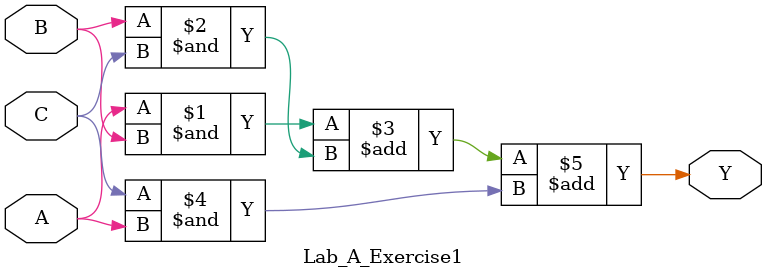
<source format=v>
`timescale 1ns / 1ps
module Lab_A_Exercise1(Y,A,B,C);

	output Y;
	input A,B,C;
	
	assign Y = (A&B) + (B&C) + (C&A);

endmodule

</source>
